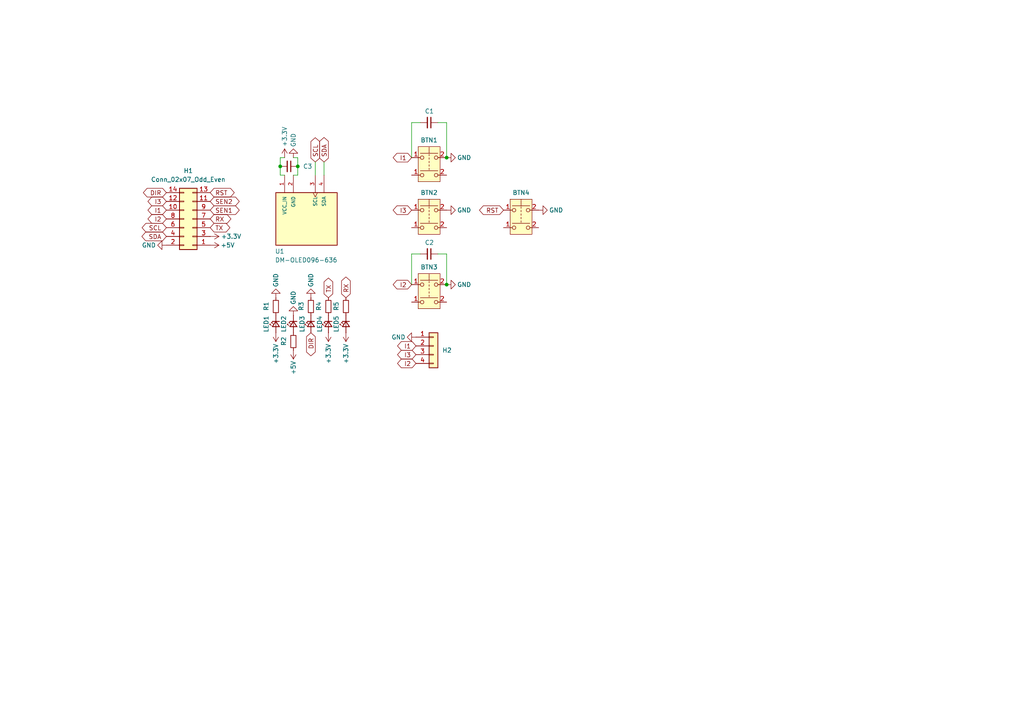
<source format=kicad_sch>
(kicad_sch (version 20231120) (generator "eeschema") (generator_version "8.0")
  (paper "A4")
  (title_block (title "GWHMI") (company "Author: Csaba Aladar Zoltan") (comment 1 "OLED display with navigation buttons for top of SHIOGW board"))
  (lib_symbols
    (symbol "Connector_Generic:Conn_01x04" (pin_names (offset 1.016) hide)
      (property "Reference" "J" (at 0 5.08 0))
      (property "Value" "Conn_01x04" (at 0 -7.62 0))
      (symbol "Conn_01x04_1_1"
        (rectangle (start -1.27 -4.953) (end 0 -5.207) (stroke (width 0.1524)))
        (rectangle (start -1.27 -2.413) (end 0 -2.667) (stroke (width 0.1524)))
        (rectangle (start -1.27 0.127) (end 0 -0.127) (stroke (width 0.1524)))
        (rectangle (start -1.27 2.667) (end 0 2.413) (stroke (width 0.1524)))
        (rectangle (start -1.27 3.81) (end 1.27 -6.35) (stroke (width 0.254)) (fill (type background)))
        (pin passive line (at -5.08 2.54 0) (length 3.81) (name "Pin_1") (number "1"))
        (pin passive line (at -5.08 0 0) (length 3.81) (name "Pin_2") (number "2"))
        (pin passive line (at -5.08 -2.54 0) (length 3.81) (name "Pin_3") (number "3"))
        (pin passive line (at -5.08 -5.08 0) (length 3.81) (name "Pin_4") (number "4"))
      )
    )
    (symbol "Connector_Generic:Conn_02x07_Odd_Even" (pin_names (offset 1.016) hide)
      (property "Reference" "J" (at 1.27 10.16 0))
      (property "Value" "Conn_02x07_Odd_Even" (at 1.27 -10.16 0))
      (symbol "Conn_02x07_Odd_Even_1_1"
        (rectangle (start -1.27 -7.493) (end 0 -7.747) (stroke (width 0.1524)))
        (rectangle (start -1.27 -4.953) (end 0 -5.207) (stroke (width 0.1524)))
        (rectangle (start -1.27 -2.413) (end 0 -2.667) (stroke (width 0.1524)))
        (rectangle (start -1.27 0.127) (end 0 -0.127) (stroke (width 0.1524)))
        (rectangle (start -1.27 2.667) (end 0 2.413) (stroke (width 0.1524)))
        (rectangle (start -1.27 5.207) (end 0 4.953) (stroke (width 0.1524)))
        (rectangle (start -1.27 7.747) (end 0 7.493) (stroke (width 0.1524)))
        (rectangle (start -1.27 8.89) (end 3.81 -8.89) (stroke (width 0.254)) (fill (type background)))
        (rectangle (start 3.81 -7.493) (end 2.54 -7.747) (stroke (width 0.1524)))
        (rectangle (start 3.81 -4.953) (end 2.54 -5.207) (stroke (width 0.1524)))
        (rectangle (start 3.81 -2.413) (end 2.54 -2.667) (stroke (width 0.1524)))
        (rectangle (start 3.81 0.127) (end 2.54 -0.127) (stroke (width 0.1524)))
        (rectangle (start 3.81 2.667) (end 2.54 2.413) (stroke (width 0.1524)))
        (rectangle (start 3.81 5.207) (end 2.54 4.953) (stroke (width 0.1524)))
        (rectangle (start 3.81 7.747) (end 2.54 7.493) (stroke (width 0.1524)))
        (pin passive line (at -5.08 7.62 0) (length 3.81) (name "Pin_1") (number "1"))
        (pin passive line (at 7.62 -2.54 180) (length 3.81) (name "Pin_10") (number "10"))
        (pin passive line (at -5.08 -5.08 0) (length 3.81) (name "Pin_11") (number "11"))
        (pin passive line (at 7.62 -5.08 180) (length 3.81) (name "Pin_12") (number "12"))
        (pin passive line (at -5.08 -7.62 0) (length 3.81) (name "Pin_13") (number "13"))
        (pin passive line (at 7.62 -7.62 180) (length 3.81) (name "Pin_14") (number "14"))
        (pin passive line (at 7.62 7.62 180) (length 3.81) (name "Pin_2") (number "2"))
        (pin passive line (at -5.08 5.08 0) (length 3.81) (name "Pin_3") (number "3"))
        (pin passive line (at 7.62 5.08 180) (length 3.81) (name "Pin_4") (number "4"))
        (pin passive line (at -5.08 2.54 0) (length 3.81) (name "Pin_5") (number "5"))
        (pin passive line (at 7.62 2.54 180) (length 3.81) (name "Pin_6") (number "6"))
        (pin passive line (at -5.08 0 0) (length 3.81) (name "Pin_7") (number "7"))
        (pin passive line (at 7.62 0 180) (length 3.81) (name "Pin_8") (number "8"))
        (pin passive line (at -5.08 -2.54 0) (length 3.81) (name "Pin_9") (number "9"))
      )
    )
    (symbol "Device:C_Small" (pin_numbers hide) (pin_names (offset 0.254) hide)
      (property "Reference" "C" (at 0.254 1.778 0))
      (property "Value" "C_Small" (at 0.254 -2.032 0))
      (symbol "C_Small_0_1"
        (polyline (pts (xy -1.524 -0.508) (xy 1.524 -0.508)) (stroke (width 0.3302)))
        (polyline (pts (xy -1.524 0.508) (xy 1.524 0.508)) (stroke (width 0.3048)))
      )
      (symbol "C_Small_1_1"
        (pin passive line (at 0 2.54 270) (length 2.032) (name "~") (number "1"))
        (pin passive line (at 0 -2.54 90) (length 2.032) (name "~") (number "2"))
      )
    )
    (symbol "Device:LED_Small" (pin_numbers hide) (pin_names (offset 0.254) hide)
      (property "Reference" "D" (at -1.27 3.175 0))
      (property "Value" "LED_Small" (at -4.445 -2.54 0))
      (symbol "LED_Small_0_1"
        (polyline (pts (xy -0.762 -1.016) (xy -0.762 1.016)) (stroke (width 0.254)))
        (polyline (pts (xy 1.016 0) (xy -0.762 0)))
        (polyline (pts (xy 0.762 -1.016) (xy -0.762 0) (xy 0.762 1.016) (xy 0.762 -1.016)) (stroke (width 0.254)))
        (polyline (pts (xy 0 0.762) (xy -0.508 1.27) (xy -0.254 1.27) (xy -0.508 1.27) (xy -0.508 1.016)))
        (polyline (pts (xy 0.508 1.27) (xy 0 1.778) (xy 0.254 1.778) (xy 0 1.778) (xy 0 1.524)))
      )
      (symbol "LED_Small_1_1"
        (pin passive line (at -2.54 0 0) (length 1.778) (name "K") (number "1"))
        (pin passive line (at 2.54 0 180) (length 1.778) (name "A") (number "2"))
      )
    )
    (symbol "Device:R_Small" (pin_numbers hide) (pin_names (offset 0.254) hide)
      (property "Reference" "R" (at 0.762 0.508 0))
      (property "Value" "R_Small" (at 0.762 -1.016 0))
      (symbol "R_Small_0_1"
        (rectangle (start -0.762 1.778) (end 0.762 -1.778) (stroke (width 0.2032)))
      )
      (symbol "R_Small_1_1"
        (pin passive line (at 0 2.54 270) (length 0.762) (name "~") (number "1"))
        (pin passive line (at 0 -2.54 90) (length 0.762) (name "~") (number "2"))
      )
    )
    (symbol "SW_Push_Dual_1" (pin_names (offset 1.016) hide)
      (property "Reference" "BTN1" (at 0 7.62 0))
      (symbol "SW_Push_Dual_1_0_1"
        (circle (center -2.032 -2.54) (radius 0.508))
        (circle (center -2.032 2.54) (radius 0.508))
        (polyline (pts (xy 0 -0.508) (xy 0 -1.016)))
        (polyline (pts (xy 0 0.508) (xy 0 0)))
        (polyline (pts (xy 0 1.016) (xy 0 1.524)))
        (polyline (pts (xy 0 2.032) (xy 0 2.54)))
        (polyline (pts (xy 0 3.048) (xy 0 3.556)))
        (polyline (pts (xy 0 3.81) (xy 0 5.588)))
        (polyline (pts (xy 2.54 -1.27) (xy -2.54 -1.27)))
        (polyline (pts (xy 2.54 3.81) (xy -2.54 3.81)))
        (circle (center 2.032 -2.54) (radius 0.508))
        (circle (center 2.032 2.54) (radius 0.508))
        (pin passive line (at -5.08 2.54 0) (length 2.54) (name "1") (number "1"))
        (pin passive line (at 5.08 2.54 180) (length 2.54) (name "2") (number "2"))
      )
      (symbol "SW_Push_Dual_1_1_1"
        (rectangle (start -3.175 5.715) (end 3.175 -4.445) (fill (type background)))
        (pin passive line (at -5.08 -2.54 0) (length 2.54) (name "1") (number "1"))
        (pin passive line (at 5.08 -2.54 180) (length 2.54) (name "2") (number "2"))
      )
    )
    (symbol "extras:DM-OLED096-636" (pin_names (offset 1.016))
      (property "Reference" "U1" (at 1.2701 -8.89 90))
      (property "Value" "DM-OLED096-636" (at -1.2699 -8.89 90))
      (symbol "DM-OLED096-636_0_0"
        (rectangle (start -7.62 10.16) (end 7.62 -7.62) (stroke (width 0.254)) (fill (type background)))
        (pin input clock (at 12.7 -1.27 180) (length 5.08) (name "SCL") (number "3"))
        (pin bidirectional line (at 12.7 -3.81 180) (length 5.08) (name "SDA") (number "4"))
      )
      (symbol "DM-OLED096-636_1_0"
        (pin power_in line (at 12.7 7.62 180) (length 5.08) (name "VCC_IN") (number "1"))
        (pin power_in line (at 12.7 5.08 180) (length 5.08) (name "GND") (number "2"))
      )
    )
    (symbol "power:+3.3V" (power) (pin_numbers hide) (pin_names (offset 0) hide)
      (property "Value" "+3.3V" (at 0 3.556 0))
      (symbol "+3.3V_0_1"
        (polyline (pts (xy -0.762 1.27) (xy 0 2.54)))
        (polyline (pts (xy 0 0) (xy 0 2.54)))
        (polyline (pts (xy 0 2.54) (xy 0.762 1.27)))
      )
      (symbol "+3.3V_1_1"
        (pin power_in line (at 0 0 90) (length 0) (name "~") (number "1"))
      )
    )
    (symbol "power:+5V" (power) (pin_numbers hide) (pin_names (offset 0) hide)
      (property "Value" "+5V" (at 0 3.556 0))
      (symbol "+5V_0_1"
        (polyline (pts (xy -0.762 1.27) (xy 0 2.54)))
        (polyline (pts (xy 0 0) (xy 0 2.54)))
        (polyline (pts (xy 0 2.54) (xy 0.762 1.27)))
      )
      (symbol "+5V_1_1"
        (pin power_in line (at 0 0 90) (length 0) (name "~") (number "1"))
      )
    )
    (symbol "power:GND" (power) (pin_numbers hide) (pin_names (offset 0) hide)
      (property "Value" "GND" (at 0 -3.81 0))
      (symbol "GND_0_1"
        (polyline (pts (xy 0 0) (xy 0 -1.27) (xy 1.27 -1.27) (xy 0 -2.54) (xy -1.27 -1.27) (xy 0 -1.27)))
      )
      (symbol "GND_1_1"
        (pin power_in line (at 0 0 270) (length 0) (name "~") (number "1"))
      )
    )
  )
  (junction (at 81.28 48.26))
  (junction (at 86.36 48.26))
  (junction (at 129.54 45.72))
  (junction (at 129.54 82.55))
  (wire (pts (xy 129.54 35.56) (xy 129.54 45.72)))
  (wire (pts (xy 129.54 73.66) (xy 129.54 82.55)))
  (wire (pts (xy 127 35.56) (xy 129.54 35.56)))
  (wire (pts (xy 86.36 50.8) (xy 85.09 50.8)))
  (wire (pts (xy 119.38 73.66) (xy 119.38 82.55)))
  (wire (pts (xy 119.38 35.56) (xy 119.38 45.72)))
  (wire (pts (xy 81.28 45.72) (xy 82.55 45.72)))
  (wire (pts (xy 81.28 50.8) (xy 82.55 50.8)))
  (wire (pts (xy 81.28 48.26) (xy 81.28 50.8)))
  (wire (pts (xy 86.36 50.8) (xy 86.36 48.26)))
  (wire (pts (xy 91.44 46.99) (xy 91.44 50.8)))
  (wire (pts (xy 119.38 35.56) (xy 121.92 35.56)))
  (wire (pts (xy 81.28 45.72) (xy 81.28 48.26)))
  (wire (pts (xy 86.36 48.26) (xy 86.36 45.72)))
  (wire (pts (xy 121.92 73.66) (xy 119.38 73.66)))
  (wire (pts (xy 86.36 45.72) (xy 85.09 45.72)))
  (wire (pts (xy 127 73.66) (xy 129.54 73.66)))
  (wire (pts (xy 93.98 46.99) (xy 93.98 50.8)))
  (global_label "SEN2" (shape bidirectional) (at 60.96 58.42 0) (property "Intersheetrefs" "${INTERSHEET_REFS}" (effects (hide yes))))
  (global_label "I1" (shape bidirectional) (at 120.65 100.33 180) (property "Intersheetrefs" "${INTERSHEET_REFS}" (effects (hide yes))))
  (global_label "TX" (shape bidirectional) (at 60.96 66.04 0) (property "Intersheetrefs" "${INTERSHEET_REFS}" (effects (hide yes))))
  (global_label "RST" (shape bidirectional) (at 146.05 60.96 180) (property "Intersheetrefs" "${INTERSHEET_REFS}" (effects (hide yes))))
  (global_label "TX" (shape bidirectional) (at 95.25 86.36 90) (property "Intersheetrefs" "${INTERSHEET_REFS}" (effects (hide yes))))
  (global_label "I1" (shape bidirectional) (at 119.38 45.72 180) (property "Intersheetrefs" "${INTERSHEET_REFS}" (effects (hide yes))))
  (global_label "I2" (shape bidirectional) (at 119.38 82.55 180) (property "Intersheetrefs" "${INTERSHEET_REFS}" (effects (hide yes))))
  (global_label "DIR" (shape bidirectional) (at 90.17 96.52 270) (property "Intersheetrefs" "${INTERSHEET_REFS}" (effects (hide yes))))
  (global_label "RST" (shape bidirectional) (at 60.96 55.88 0) (property "Intersheetrefs" "${INTERSHEET_REFS}" (effects (hide yes))))
  (global_label "RX" (shape bidirectional) (at 60.96 63.5 0) (property "Intersheetrefs" "${INTERSHEET_REFS}" (effects (hide yes))))
  (global_label "RX" (shape bidirectional) (at 100.33 86.36 90) (property "Intersheetrefs" "${INTERSHEET_REFS}" (effects (hide yes))))
  (global_label "I3" (shape bidirectional) (at 119.38 60.96 180) (property "Intersheetrefs" "${INTERSHEET_REFS}" (effects (hide yes))))
  (global_label "DIR" (shape bidirectional) (at 48.26 55.88 180) (property "Intersheetrefs" "${INTERSHEET_REFS}" (effects (hide yes))))
  (global_label "I1" (shape bidirectional) (at 48.26 60.96 180) (property "Intersheetrefs" "${INTERSHEET_REFS}" (effects (hide yes))))
  (global_label "SEN1" (shape bidirectional) (at 60.96 60.96 0) (property "Intersheetrefs" "${INTERSHEET_REFS}" (effects (hide yes))))
  (global_label "I3" (shape bidirectional) (at 120.65 102.87 180) (property "Intersheetrefs" "${INTERSHEET_REFS}" (effects (hide yes))))
  (global_label "SCL" (shape bidirectional) (at 91.44 46.99 90) (property "Intersheetrefs" "${INTERSHEET_REFS}" (effects (hide yes))))
  (global_label "SDA" (shape bidirectional) (at 93.98 46.99 90) (property "Intersheetrefs" "${INTERSHEET_REFS}" (effects (hide yes))))
  (global_label "I2" (shape bidirectional) (at 120.65 105.41 180) (property "Intersheetrefs" "${INTERSHEET_REFS}" (effects (hide yes))))
  (global_label "SDA" (shape bidirectional) (at 48.26 68.58 180) (property "Intersheetrefs" "${INTERSHEET_REFS}" (effects (hide yes))))
  (global_label "I2" (shape bidirectional) (at 48.26 63.5 180) (property "Intersheetrefs" "${INTERSHEET_REFS}" (effects (hide yes))))
  (global_label "I3" (shape bidirectional) (at 48.26 58.42 180) (property "Intersheetrefs" "${INTERSHEET_REFS}" (effects (hide yes))))
  (global_label "SCL" (shape bidirectional) (at 48.26 66.04 180) (property "Intersheetrefs" "${INTERSHEET_REFS}" (effects (hide yes))))
  (symbol (lib_id "power:+3.3V") (at 82.55 45.72 0) (unit 1)
    (property "Reference" "#PWR017" (effects (hide yes)))
    (property "Value" "+3.3V" (at 82.55 39.624 90))
    (property "Description" "Power symbol creates a global label with name \"+3.3V\"" (effects (hide yes)))
  )
  (symbol (lib_name "SW_Push_Dual_1") (lib_id "Switch:SW_Push_Dual") (at 124.46 85.09 0) (unit 1)
    (property "Reference" "BTN3" (at 124.46 77.47 0))
    (property "Value" "SW_Push_Dual" (effects (hide yes)))
    (property "Footprint" "extras:SW_SPST_PTS645_handsolder" (effects (hide yes)))
    (property "Description" "SPST SMD Tactile Switch" (effects (hide yes)))
    (property "Order link 1" "https://www.hestore.hu/prod_10027966.html" (effects (hide yes)))
  )
  (symbol (lib_id "power:GND") (at 120.65 97.79 270) (unit 1)
    (property "Reference" "#PWR013" (effects (hide yes)))
    (property "Value" "GND" (at 115.57 97.79 90))
    (property "Description" "Power symbol creates a global label with name \"GND\" , ground" (effects (hide yes)))
  )
  (symbol (lib_id "Device:R_Small") (at 95.25 88.9 0) (unit 1)
    (property "Reference" "R4" (at 92.456 90.17 90) (effects (justify left)))
    (property "Value" "R_Small" (effects (hide yes)))
    (property "Footprint" "Resistor_SMD:R_0805_2012Metric_Pad1.20x1.40mm_HandSolder" (effects (hide yes)))
    (property "Description" "10k, SMD 0805" (effects (hide yes)))
    (property "LCSC" "C17414" (effects (hide yes)))
    (property "Order link 1" "https://www.hestore.hu/prod_10040338.html" (effects (hide yes)))
  )
  (symbol (lib_id "power:GND") (at 85.09 45.72 180) (unit 1)
    (property "Reference" "#PWR018" (effects (hide yes)))
    (property "Value" "GND" (at 85.09 40.64 90))
    (property "Description" "Power symbol creates a global label with name \"GND\" , ground" (effects (hide yes)))
  )
  (symbol (lib_id "Device:LED_Small") (at 95.25 93.98 90) (mirror x) (unit 1)
    (property "Reference" "LED4" (at 92.71 93.98 0))
    (property "Value" "LED_Small" (effects (hide yes)))
    (property "Footprint" "LED_SMD:LED_0805_2012Metric_Pad1.15x1.40mm_HandSolder" (effects (hide yes)))
    (property "Description" "LED 0805, Green" (effects (hide yes)))
    (property "LCSC" "C2297" (effects (hide yes)))
    (property "Order link 1" "https://www.hestore.hu/prod_10036384.html" (effects (hide yes)))
  )
  (symbol (lib_name "SW_Push_Dual_1") (lib_id "Switch:SW_Push_Dual") (at 124.46 48.26 0) (unit 1)
    (property "Reference" "BTN1" (at 124.46 40.64 0))
    (property "Value" "SW_Push_Dual" (effects (hide yes)))
    (property "Footprint" "extras:SW_SPST_PTS645_handsolder" (effects (hide yes)))
    (property "Description" "SPST SMD Tactile Switch" (effects (hide yes)))
    (property "Order link 1" "https://www.hestore.hu/prod_10027966.html" (effects (hide yes)))
  )
  (symbol (lib_id "Device:C_Small") (at 124.46 35.56 270) (unit 1)
    (property "Reference" "C1" (at 123.19 32.258 90) (effects (justify left)))
    (property "Value" "C_Small" (effects (hide yes)))
    (property "Footprint" "Capacitor_SMD:C_0805_2012Metric_Pad1.18x1.45mm_HandSolder" (effects (hide yes)))
    (property "Description" "50V 100nF X7R ±10% 0805 Multilayer Ceramic Capacitor" (effects (hide yes)))
    (property "LCSC" "C49678" (effects (hide yes)))
    (property "Order link 1" "https://www.hestore.hu/prod_10001122.html" (effects (hide yes)))
  )
  (symbol (lib_id "Device:C_Small") (at 124.46 73.66 270) (unit 1)
    (property "Reference" "C2" (at 123.19 70.358 90) (effects (justify left)))
    (property "Value" "C_Small" (effects (hide yes)))
    (property "Footprint" "Capacitor_SMD:C_0805_2012Metric_Pad1.18x1.45mm_HandSolder" (effects (hide yes)))
    (property "Description" "50V 100nF X7R ±10% 0805 Multilayer Ceramic Capacitor" (effects (hide yes)))
    (property "LCSC" "C49678" (effects (hide yes)))
    (property "Order link 1" "https://www.hestore.hu/prod_10001122.html" (effects (hide yes)))
  )
  (symbol (lib_id "Device:R_Small") (at 90.17 88.9 0) (unit 1)
    (property "Reference" "R3" (at 87.376 90.17 90) (effects (justify left)))
    (property "Value" "R_Small" (effects (hide yes)))
    (property "Footprint" "Resistor_SMD:R_0805_2012Metric_Pad1.20x1.40mm_HandSolder" (effects (hide yes)))
    (property "Description" "10k, SMD 0805" (effects (hide yes)))
    (property "LCSC" "C17414" (effects (hide yes)))
    (property "Order link 1" "https://www.hestore.hu/prod_10040338.html" (effects (hide yes)))
  )
  (symbol (lib_id "Device:LED_Small") (at 90.17 93.98 90) (mirror x) (unit 1)
    (property "Reference" "LED3" (at 87.63 93.98 0))
    (property "Value" "LED_Small" (effects (hide yes)))
    (property "Footprint" "LED_SMD:LED_0805_2012Metric_Pad1.15x1.40mm_HandSolder" (effects (hide yes)))
    (property "Description" "LED 0805, Green" (effects (hide yes)))
    (property "LCSC" "C2297" (effects (hide yes)))
    (property "Order link 1" "https://www.hestore.hu/prod_10036384.html" (effects (hide yes)))
  )
  (symbol (lib_name "SW_Push_Dual_1") (lib_id "Switch:SW_Push_Dual") (at 124.46 63.5 0) (unit 1)
    (property "Reference" "BTN2" (at 124.46 55.88 0))
    (property "Value" "SW_Push_Dual" (effects (hide yes)))
    (property "Footprint" "extras:SW_SPST_PTS645_handsolder" (effects (hide yes)))
    (property "Description" "SPST SMD Tactile Switch" (effects (hide yes)))
    (property "Order link 1" "https://www.hestore.hu/prod_10027966.html" (effects (hide yes)))
  )
  (symbol (lib_id "Device:LED_Small") (at 85.09 93.98 90) (mirror x) (unit 1)
    (property "Reference" "LED2" (at 82.296 93.98 0))
    (property "Value" "LED_Small" (effects (hide yes)))
    (property "Footprint" "LED_SMD:LED_0805_2012Metric_Pad1.15x1.40mm_HandSolder" (effects (hide yes)))
    (property "Description" "LED 0805, Red" (effects (hide yes)))
    (property "LCSC" "C84256" (effects (hide yes)))
    (property "Order link 1" "https://www.hestore.hu/prod_10043215.html" (effects (hide yes)))
  )
  (symbol (lib_name "SW_Push_Dual_1") (lib_id "Switch:SW_Push_Dual") (at 151.13 63.5 0) (unit 1)
    (property "Reference" "BTN4" (at 151.13 55.88 0))
    (property "Value" "SW_Push_Dual" (effects (hide yes)))
    (property "Footprint" "extras:SW_SPST_PTS645_handsolder" (effects (hide yes)))
    (property "Description" "SPST SMD Tactile Switch" (effects (hide yes)))
    (property "Order link 1" "https://www.hestore.hu/prod_10027966.html" (effects (hide yes)))
  )
  (symbol (lib_id "power:GND") (at 156.21 60.96 90) (unit 1)
    (property "Reference" "#PWR016" (effects (hide yes)))
    (property "Value" "GND" (at 161.29 60.96 90))
    (property "Description" "Power symbol creates a global label with name \"GND\" , ground" (effects (hide yes)))
  )
  (symbol (lib_id "power:GND") (at 48.26 71.12 270) (unit 1)
    (property "Reference" "#PWR03" (effects (hide yes)))
    (property "Value" "GND" (at 43.18 71.12 90))
    (property "Description" "Power symbol creates a global label with name \"GND\" , ground" (effects (hide yes)))
  )
  (symbol (lib_id "power:+5V") (at 60.96 71.12 270) (unit 1)
    (property "Reference" "#PWR05" (effects (hide yes)))
    (property "Value" "+5V" (at 66.04 71.12 90))
    (property "Description" "Power symbol creates a global label with name \"+5V\"" (effects (hide yes)))
  )
  (symbol (lib_id "extras:DM-OLED096-636") (at 90.17 63.5 90) (unit 1)
    (property "Reference" "U1" (at 79.756 72.898 90) (effects (justify right)))
    (property "Value" "DM-OLED096-636" (at 79.756 75.438 90) (effects (justify right)))
    (property "Footprint" "extras:display_oled_128x64_i2c" (effects (hide yes)))
    (property "Description" "1.3in 128x64 OLED, I2C, SH1106" (effects (hide yes)))
    (property "MF" "Display Module" (effects (hide yes)))
    (property "MAXIMUM_PACKAGE_HEIGHT" "11.3 mm" (effects (hide yes)))
    (property "Package" "Package" (effects (hide yes)))
    (property "Price" "None" (effects (hide yes)))
    (property "Check_prices" "https://www.snapeda.com/parts/DM-OLED096-636/Display+Module/view-part/?ref=eda" (effects (hide yes)))
    (property "STANDARD" "Manufacturer Recommendations" (effects (hide yes)))
    (property "PARTREV" "2018-09-10" (effects (hide yes)))
    (property "SnapEDA_Link" "https://www.snapeda.com/parts/DM-OLED096-636/Display+Module/view-part/?ref=snap" (effects (hide yes)))
    (property "MP" "DM-OLED096-636" (effects (hide yes)))
    (property "Description_1" "\n0.96” 128 X 64 MONOCHROME GRAPHIC OLED DISPLAY MODULE - I2C\n" (effects (hide yes)))
    (property "Availability" "Not in stock" (effects (hide yes)))
    (property "MANUFACTURER" "Displaymodule" (effects (hide yes)))
    (property "Order link 1" "https://www.hestore.hu/prod_10035540.html" (effects (hide yes)))
  )
  (symbol (lib_id "Device:LED_Small") (at 100.33 93.98 90) (mirror x) (unit 1)
    (property "Reference" "LED5" (at 97.536 93.98 0))
    (property "Value" "LED_Small" (effects (hide yes)))
    (property "Footprint" "LED_SMD:LED_0805_2012Metric_Pad1.15x1.40mm_HandSolder" (effects (hide yes)))
    (property "Description" "LED 0805, Yellow" (effects (hide yes)))
    (property "LCSC" "C2296" (effects (hide yes)))
    (property "Order link 1" "https://www.hestore.hu/prod_10036394.html" (effects (hide yes)))
  )
  (symbol (lib_id "power:GND") (at 85.09 91.44 180) (unit 1)
    (property "Reference" "#PWR06" (effects (hide yes)))
    (property "Value" "GND" (at 85.09 86.36 90))
    (property "Description" "Power symbol creates a global label with name \"GND\" , ground" (effects (hide yes)))
  )
  (symbol (lib_id "Connector_Generic:Conn_02x07_Odd_Even") (at 55.88 63.5 180) (unit 1)
    (property "Reference" "H1" (at 54.61 49.53 0))
    (property "Value" "Conn_02x07_Odd_Even" (at 54.61 52.07 0))
    (property "Footprint" "Connector_PinHeader_2.54mm:PinHeader_2x07_P2.54mm_Vertical" (effects (hide yes)))
    (property "Description" "Generic connector, double row, 02x07, odd/even pin numbering scheme (row 1 odd numbers, row 2 even numbers), script generated (kicad-library-utils/schlib/autogen/connector/)" (effects (hide yes)))
    (property "Order link 1" "https://www.hestore.hu/prod_10026292.html" (effects (hide yes)))
  )
  (symbol (lib_id "Device:C_Small") (at 83.82 48.26 270) (unit 1)
    (property "Reference" "C3" (at 87.884 48.26 90) (effects (justify left)))
    (property "Value" "C_Small" (effects (hide yes)))
    (property "Footprint" "Capacitor_SMD:C_0805_2012Metric_Pad1.18x1.45mm_HandSolder" (effects (hide yes)))
    (property "Description" "50V 100nF X7R ±10% 0805 Multilayer Ceramic Capacitor" (effects (hide yes)))
    (property "LCSC" "C49678" (effects (hide yes)))
    (property "Order link 1" "https://www.hestore.hu/prod_10001122.html" (effects (hide yes)))
  )
  (symbol (lib_id "power:GND") (at 80.01 86.36 180) (unit 1)
    (property "Reference" "#PWR01" (effects (hide yes)))
    (property "Value" "GND" (at 80.01 81.28 90))
    (property "Description" "Power symbol creates a global label with name \"GND\" , ground" (effects (hide yes)))
  )
  (symbol (lib_id "power:GND") (at 129.54 82.55 90) (unit 1)
    (property "Reference" "#PWR012" (effects (hide yes)))
    (property "Value" "GND" (at 134.62 82.55 90))
    (property "Description" "Power symbol creates a global label with name \"GND\" , ground" (effects (hide yes)))
  )
  (symbol (lib_id "Device:R_Small") (at 80.01 88.9 0) (unit 1)
    (property "Reference" "R1" (at 77.216 90.17 90) (effects (justify left)))
    (property "Value" "R_Small" (effects (hide yes)))
    (property "Footprint" "Resistor_SMD:R_0805_2012Metric_Pad1.20x1.40mm_HandSolder" (effects (hide yes)))
    (property "Description" "10k, SMD 0805" (effects (hide yes)))
    (property "LCSC" "C17414" (effects (hide yes)))
    (property "Order link 1" "https://www.hestore.hu/prod_10040338.html" (effects (hide yes)))
  )
  (symbol (lib_id "Device:R_Small") (at 100.33 88.9 0) (unit 1)
    (property "Reference" "R5" (at 97.536 90.17 90) (effects (justify left)))
    (property "Value" "R_Small" (effects (hide yes)))
    (property "Footprint" "Resistor_SMD:R_0805_2012Metric_Pad1.20x1.40mm_HandSolder" (effects (hide yes)))
    (property "Description" "10k, SMD 0805" (effects (hide yes)))
    (property "LCSC" "C17414" (effects (hide yes)))
    (property "Order link 1" "https://www.hestore.hu/prod_10040338.html" (effects (hide yes)))
  )
  (symbol (lib_id "power:GND") (at 129.54 45.72 90) (unit 1)
    (property "Reference" "#PWR010" (effects (hide yes)))
    (property "Value" "GND" (at 134.62 45.72 90))
    (property "Description" "Power symbol creates a global label with name \"GND\" , ground" (effects (hide yes)))
  )
  (symbol (lib_id "power:GND") (at 90.17 86.36 180) (unit 1)
    (property "Reference" "#PWR07" (effects (hide yes)))
    (property "Value" "GND" (at 90.17 81.28 90))
    (property "Description" "Power symbol creates a global label with name \"GND\" , ground" (effects (hide yes)))
  )
  (symbol (lib_id "power:+3.3V") (at 60.96 68.58 270) (unit 1)
    (property "Reference" "#PWR04" (effects (hide yes)))
    (property "Value" "+3.3V" (at 67.056 68.58 90))
    (property "Description" "Power symbol creates a global label with name \"+3.3V\"" (effects (hide yes)))
  )
  (symbol (lib_id "Connector_Generic:Conn_01x04") (at 125.73 100.33 0) (unit 1)
    (property "Reference" "H2" (at 128.27 101.5999 0) (effects (justify left)))
    (property "Value" "Conn_01x04" (effects (hide yes)))
    (property "Footprint" "Connector_PinHeader_2.54mm:PinHeader_1x04_P2.54mm_Vertical" (effects (hide yes)))
    (property "Description" "Generic connector, single row, 01x04, script generated (kicad-library-utils/schlib/autogen/connector/)" (effects (hide yes)))
    (property "Order link 1" "https://www.hestore.hu/prod_10026161.html" (effects (hide yes)))
  )
  (symbol (lib_id "power:GND") (at 129.54 60.96 90) (unit 1)
    (property "Reference" "#PWR011" (effects (hide yes)))
    (property "Value" "GND" (at 134.62 60.96 90))
    (property "Description" "Power symbol creates a global label with name \"GND\" , ground" (effects (hide yes)))
  )
  (symbol (lib_id "Device:R_Small") (at 85.09 99.06 0) (unit 1)
    (property "Reference" "R2" (at 82.296 100.33 90) (effects (justify left)))
    (property "Value" "R_Small" (effects (hide yes)))
    (property "Footprint" "Resistor_SMD:R_0805_2012Metric_Pad1.20x1.40mm_HandSolder" (effects (hide yes)))
    (property "Description" "10k, SMD 0805" (effects (hide yes)))
    (property "LCSC" "C17414" (effects (hide yes)))
    (property "Order link 1" "https://www.hestore.hu/prod_10040338.html" (effects (hide yes)))
  )
  (symbol (lib_id "power:+3.3V") (at 95.25 96.52 180) (unit 1)
    (property "Reference" "#PWR08" (effects (hide yes)))
    (property "Value" "+3.3V" (at 95.25 102.616 90))
    (property "Description" "Power symbol creates a global label with name \"+3.3V\"" (effects (hide yes)))
  )
  (symbol (lib_id "power:+3.3V") (at 80.01 96.52 180) (unit 1)
    (property "Reference" "#PWR02" (effects (hide yes)))
    (property "Value" "+3.3V" (at 80.01 102.616 90))
    (property "Description" "Power symbol creates a global label with name \"+3.3V\"" (effects (hide yes)))
  )
  (symbol (lib_id "power:+5V") (at 85.09 101.6 180) (unit 1)
    (property "Reference" "#PWR019" (effects (hide yes)))
    (property "Value" "+5V" (at 85.09 106.68 90))
    (property "Description" "Power symbol creates a global label with name \"+5V\"" (effects (hide yes)))
  )
  (symbol (lib_id "Device:LED_Small") (at 80.01 93.98 90) (mirror x) (unit 1)
    (property "Reference" "LED1" (at 77.216 93.98 0))
    (property "Value" "LED_Small" (effects (hide yes)))
    (property "Footprint" "LED_SMD:LED_0805_2012Metric_Pad1.15x1.40mm_HandSolder" (effects (hide yes)))
    (property "Description" "LED 0805, Yellow" (effects (hide yes)))
    (property "LCSC" "C2296" (effects (hide yes)))
    (property "Order link 1" "https://www.hestore.hu/prod_10036394.html" (effects (hide yes)))
  )
  (symbol (lib_id "power:+3.3V") (at 100.33 96.52 180) (unit 1)
    (property "Reference" "#PWR09" (effects (hide yes)))
    (property "Value" "+3.3V" (at 100.33 102.616 90))
    (property "Description" "Power symbol creates a global label with name \"+3.3V\"" (effects (hide yes)))
  )
)
</source>
